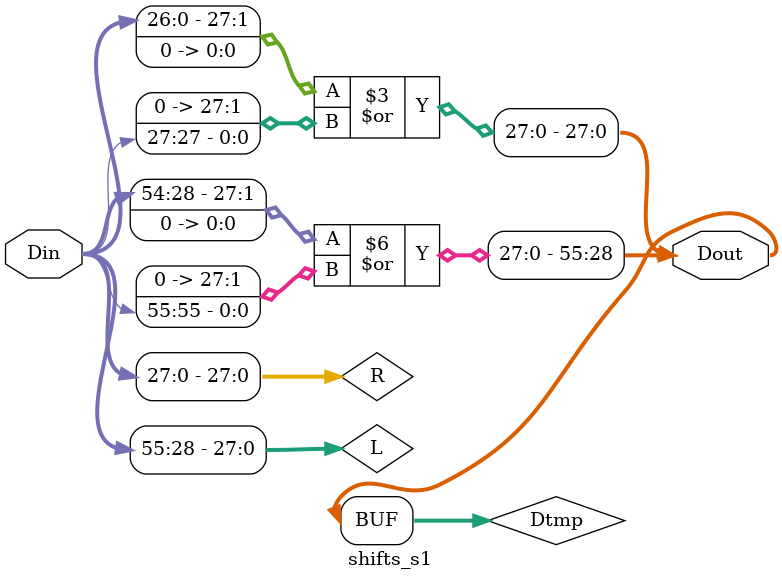
<source format=v>
module shifts_s1(
    input [55:0] Din,
    output [55:0] Dout
    );
parameter shift_count = 1;
wire [27:0] L;
wire [27:0] R;
wire [55:0] Dtmp;
assign L = Din[55:28];
assign R = Din[27:0];
assign Dtmp = {(L << shift_count) | (L >> (28-shift_count)), (R << shift_count) | (R >> (28-shift_count))};
assign Dout = Dtmp;
endmodule
</source>
